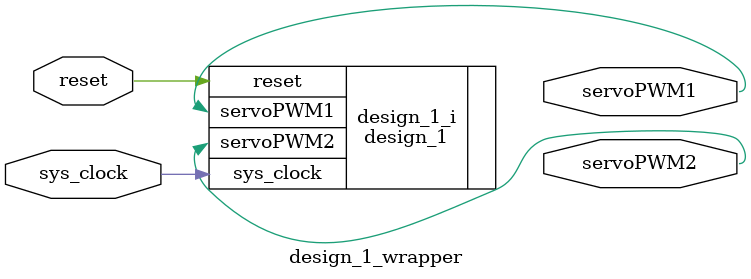
<source format=v>
`timescale 1 ps / 1 ps

module design_1_wrapper
   (reset,
    servoPWM1,
    servoPWM2,
    sys_clock);
  input reset;
  output servoPWM1;
  output servoPWM2;
  input sys_clock;

  wire reset;
  wire servoPWM1;
  wire servoPWM2;
  wire sys_clock;

  design_1 design_1_i
       (.reset(reset),
        .servoPWM1(servoPWM1),
        .servoPWM2(servoPWM2),
        .sys_clock(sys_clock));
endmodule

</source>
